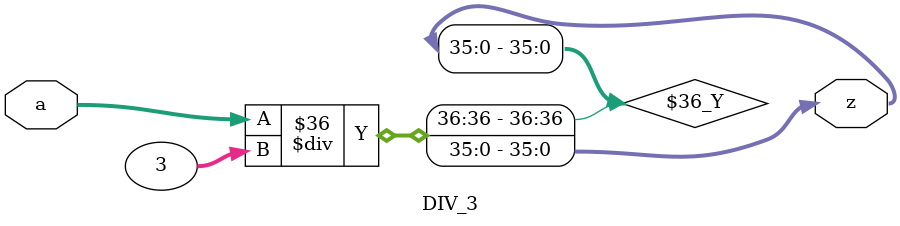
<source format=v>

`ifdef RTL
	`include "GATED_OR.v"
`else
	`include "Netlist/GATED_OR_SYN.v"
`endif
// synopsys translate_on

module SAD(
    //Input signals
    clk,
    rst_n,
    cg_en,
    in_valid,
	in_data1,
    T,
    in_data2,
    w_Q,
    w_K,
    w_V,

    //Output signals
    out_valid,
    out_data
    );

input clk;
input rst_n;
input in_valid;
input cg_en;
input signed [5:0] in_data1;
input [3:0] T;
input signed [7:0] in_data2;
input signed [7:0] w_Q;
input signed [7:0] w_K;
input signed [7:0] w_V;

output reg out_valid;
output reg signed [91:0] out_data;

//==============================================//
//       parameter & integer declaration        //
//==============================================//
parameter d_model = 'd8;

genvar k;

//==============================================//
//           reg & wire declaration             //
//==============================================//

reg [8:0] cnt_clk, next_cnt_clk;  // 0 ~ 307 (9 bits)
reg [6:0] handle_cycles_t8;   // 1*8 or 4*8 or 8*8 = 8 ~ 64
reg [6:0] handle_cycles_tt;   // 1*1 or 4*4 or 8*8 = 1 ~ 64
reg [8:0] QK_start_cycle;
reg [8:0] SV_start_cycle;
reg [8:0] out_start_cycle;
reg [8:0] end_cycle;     // max = 307 ??

// ----------------- input buffer -----------------
wire in_data1_valid, in_data2_valid, Q_valid, K_valid, V_valid;

reg signed [5:0] in_data1_reg [0:15];
reg [3:0] T_reg;
wire signed [7:0] in_data2_reg [0:63];
wire signed [7:0] w_Q_reg [0:63];
wire signed [7:0] w_K_reg [0:63];
wire signed [7:0] w_V_reg [0:63];

// ----------------- det -----------------
reg [3:0] det_cnt;    // 0 ~ 11
wire is_det;
reg  is_det_d1, is_det_d2, is_det_d3;

reg signed [20:0] det_tmp;   // 21-bit
reg signed [24:0] det_result;

// ----------------- matrix multiply -----------------
reg [4:0] mult_cnt_small;   // 0~191
reg [4:0] mult_cnt_small_d1;
wire is_multiplying;
wire Q_mult, K_mult, V_mult;
reg  Q_mult_d1, K_mult_d1, V_mult_d1;

wire signed [7:0] w_Q_transpose [0:63];
wire signed [7:0] w_K_transpose [0:63];
wire signed [7:0] w_V_transpose [0:63];

wire is_QK;
reg [5:0] mult_cnt_QK, mult_cnt_QK_d1, mult_cnt_QK_d2, mult_cnt_QK_d3;

reg signed [37:0] A_tmp;     // 38-bit
wire signed [36:0] A_pos;     // 37-bit

reg [36:0] div_a;   // 37-bit, all positive, unsigned
reg [35:0] div_z;   // 36-bit

reg signed [36:0] S_reg [0:63];

wire is_SV;
reg is_SV_d1;
reg [7:0] mult_cnt_SV, mult_cnt_SV_d1;   // 0~191

reg signed [18:0] V_transpose [0:63];

// ----------------- mult -----------------
reg signed [7:0]  mult_s1_a [0:7];
reg signed [7:0]  mult_s1_b [0:7];
reg signed [15:0] mult_s1_z [0:7];

reg signed [7:0]  mult_s2_a [0:7];
reg signed [7:0]  mult_s2_b [0:7];
reg signed [15:0] mult_s2_z [0:7];

reg signed [18:0] mult_b_a [0:7];
wire signed [36:0] mult_b_b [0:7];
reg signed [53:0] mult_b_z [0:7];

reg signed [24:0] mult_f_a;
reg signed [53:0] mult_f_b;
reg signed [91:0] mult_f_z;

reg signed [18:0] Q_reg [0:63], K_reg [0:63], V_reg [0:63];     // 19-bit

//==============================================//
//                  design                      //
//==============================================//

wire the_end = (cnt_clk == end_cycle);

// reg [8:0] cnt_clk;  // 0 ~ 307 (9 bits)
always @(posedge clk or negedge rst_n) begin
	if (!rst_n) cnt_clk <= 7'b0;
	else cnt_clk <= next_cnt_clk;
end

// reg [8:0] next_cnt_clk;  // 0 ~ 307 (9 bits)
always @(*) begin
    next_cnt_clk = cnt_clk;
    if      (the_end)                    next_cnt_clk = 9'b0;
    else if (cnt_clk > 9'b0 || in_valid) next_cnt_clk = cnt_clk + 9'd1;
end

// ----------------- input -----------------

// wire in_data1_valid, in_data2_valid, Q_valid, K_valid, V_valid;
assign in_data1_valid = in_valid && cnt_clk < 9'd16;
assign in_data2_valid = in_valid && cnt_clk < ({3'd0, T_reg} << 3);
assign Q_valid = in_valid &&                     cnt_clk < 9'd64;
assign K_valid = in_valid && cnt_clk > 9'd63  && cnt_clk < 9'd128;
assign V_valid = in_valid && cnt_clk > 9'd127 && cnt_clk < 9'd192;

// reg [3:0] T_reg;
always @(posedge clk or negedge rst_n) begin
    if      (!rst_n)                      T_reg <= 4'd0;
    else if (in_valid && cnt_clk == 9'd0) T_reg <= T;
end

// reg [6:0] handle_cycles_t8;   // 1*8 or 4*8 or 8*8 = 8 ~ 64
always @(*) begin
    case (T_reg)
        1:       handle_cycles_t8 = 7'd8;
        4:       handle_cycles_t8 = 7'd32;
        default: handle_cycles_t8 = 7'd64;
    endcase
end
// reg [6:0] handle_cycles_tt;   // 1*1 or 4*4 or 8*8 = 1 ~ 64
always @(*) begin
    case (T_reg)
        1:       handle_cycles_tt = 7'd1;
        4:       handle_cycles_tt = 7'd32;
        default: handle_cycles_tt = 7'd64;
    endcase
end

// reg [8:0] QK_start_cycle;
always @(*) begin
    case (T_reg)
        1:       QK_start_cycle = 9'd190;
        4:       QK_start_cycle = 9'd148;
        default: QK_start_cycle = 9'd148;
    endcase
end

// reg [8:0] SV_start_cycle;
always @(*) begin
    case (T_reg)
        1:       SV_start_cycle = 9'd194;
        4:       SV_start_cycle = 9'd195;
        default: SV_start_cycle = 9'd212;
    endcase
end

// reg [8:0] out_start_cycle;
always @(*) begin
    case (T_reg)
        1:       out_start_cycle = 9'd196;
        4:       out_start_cycle = 9'd197;
        default: out_start_cycle = 9'd214;
    endcase
end

// reg [8:0] end_cycle;     // max = 307 ??
always @(*) begin
    case (T_reg)
        1:       end_cycle = 9'd204;
        4:       end_cycle = 9'd229;
        default: end_cycle = 9'd278;
    endcase
end

wire in_data1_clk;
wire in_data1_sleep = cg_en & ~(cnt_clk <= 27);
GATED_OR GATED_in_data1 (.CLOCK(clk), .SLEEP_CTRL(in_data1_sleep), .RST_N(rst_n), .CLOCK_GATED(in_data1_clk));

// reg signed [5:0] in_data1_reg [0:15];
always @(posedge in_data1_clk or negedge rst_n) begin
// always @(posedge clk or negedge rst_n) begin
    integer i;
    if (!rst_n) for (i = 0; i < 16; i  = i + 1) in_data1_reg[i] <= 6'd0;
    // ----------------- input -----------------
    else if (in_data1_valid) in_data1_reg[cnt_clk] <= in_data1;
    // -------------- determinent --------------
    else if (is_det) begin
        in_data1_reg[0] <= in_data1_reg[1];
        in_data1_reg[1] <= in_data1_reg[2];
        in_data1_reg[2] <= in_data1_reg[3];
        in_data1_reg[3] <= in_data1_reg[0];

        in_data1_reg[4] <= in_data1_reg[5];
        in_data1_reg[5] <= in_data1_reg[6];
        in_data1_reg[6] <= in_data1_reg[7];
        in_data1_reg[7] <= in_data1_reg[4];
        
        in_data1_reg[8] <= in_data1_reg[9];
        in_data1_reg[9] <= in_data1_reg[10];
        in_data1_reg[10] <= in_data1_reg[11];
        in_data1_reg[11] <= in_data1_reg[8];

        in_data1_reg[12] <= in_data1_reg[13];
        in_data1_reg[13] <= in_data1_reg[14];
        in_data1_reg[14] <= in_data1_reg[15];
        in_data1_reg[15] <= in_data1_reg[12];
    end
end

wire in_data2_clk_h1, in_data2_clk_h2;
wire in_data2_sleep = cg_en & ~(cnt_clk < ({3'd0, T_reg} << 3)) & ~(the_end);
GATED_OR GATED_in_data2_h1 (.CLOCK(clk), .SLEEP_CTRL(in_data2_sleep), .RST_N(rst_n), .CLOCK_GATED(in_data2_clk_h1));
GATED_OR GATED_in_data2_h2 (.CLOCK(clk), .SLEEP_CTRL(in_data2_sleep), .RST_N(rst_n), .CLOCK_GATED(in_data2_clk_h2));

reg signed [7:0] in_data2_reg_h1 [0:31], in_data2_reg_h2 [32:63];

// reg signed [7:0] in_data2_reg [0:63];
always @(posedge in_data2_clk_h1 or negedge rst_n) begin
// always @(posedge clk or negedge rst_n) begin
    integer i;
    if      (!rst_n)                            for (i = 0; i < 32; i  = i + 1) in_data2_reg_h1[i] <= 8'd0;
    else if (the_end)                           for (i = 8; i < 32; i  = i + 1) in_data2_reg_h1[i] <= 8'd0;
    else if (in_data2_valid && cnt_clk < 9'd32) in_data2_reg_h1[cnt_clk] <= in_data2;
end

always @(posedge in_data2_clk_h2 or negedge rst_n) begin
// always @(posedge clk or negedge rst_n) begin
    integer i;
    if      (!rst_n)                            for (i = 32; i < 64; i  = i + 1) in_data2_reg_h2[i] <= 8'd0;
    else if (the_end)                           for (i = 32; i < 64; i  = i + 1) in_data2_reg_h2[i] <= 8'd0;
    else if (in_data2_valid && cnt_clk > 9'd31) in_data2_reg_h2[cnt_clk] <= in_data2;
end

generate
    for (k = 0; k < 32; k = k + 1) begin: recover_in_data2_reg
        assign in_data2_reg[k]    = in_data2_reg_h1[k];
        assign in_data2_reg[k+32] = in_data2_reg_h2[k+32];
    end
endgenerate

wire w_Q_clk_h1, w_Q_clk_h2;
wire w_K_clk_h1, w_K_clk_h2;
wire w_V_clk_h1, w_V_clk_h2;
wire w_Q_sleep = cg_en & ~(cnt_clk < 9'd64);
wire w_K_sleep = cg_en & ~(cnt_clk > 9'd63  && cnt_clk < 9'd128);
wire w_V_sleep = cg_en & ~(cnt_clk > 9'd127 && cnt_clk < 9'd192);
GATED_OR GATED_w_Q_h1 (.CLOCK(clk), .SLEEP_CTRL(w_Q_sleep), .RST_N(rst_n), .CLOCK_GATED(w_Q_clk_h1));
GATED_OR GATED_w_K_h1 (.CLOCK(clk), .SLEEP_CTRL(w_K_sleep), .RST_N(rst_n), .CLOCK_GATED(w_K_clk_h1));
GATED_OR GATED_w_V_h1 (.CLOCK(clk), .SLEEP_CTRL(w_V_sleep), .RST_N(rst_n), .CLOCK_GATED(w_V_clk_h1));
GATED_OR GATED_w_Q_h2 (.CLOCK(clk), .SLEEP_CTRL(w_Q_sleep), .RST_N(rst_n), .CLOCK_GATED(w_Q_clk_h2));
GATED_OR GATED_w_K_h2 (.CLOCK(clk), .SLEEP_CTRL(w_K_sleep), .RST_N(rst_n), .CLOCK_GATED(w_K_clk_h2));
GATED_OR GATED_w_V_h2 (.CLOCK(clk), .SLEEP_CTRL(w_V_sleep), .RST_N(rst_n), .CLOCK_GATED(w_V_clk_h2));

reg signed [7:0] w_Q_reg_h1 [0:31], w_Q_reg_h2 [32:63];
reg signed [7:0] w_K_reg_h1 [0:31], w_K_reg_h2 [32:63];
reg signed [7:0] w_V_reg_h1 [0:31], w_V_reg_h2 [32:63];

generate
    for (k = 0; k < 32; k = k + 1) begin: recover_w_QKV_reg
        assign w_Q_reg[k] = w_Q_reg_h1[k];
        assign w_K_reg[k] = w_K_reg_h1[k];
        assign w_V_reg[k] = w_V_reg_h1[k];
        assign w_Q_reg[k+32] = w_Q_reg_h2[k+32];
        assign w_K_reg[k+32] = w_K_reg_h2[k+32];
        assign w_V_reg[k+32] = w_V_reg_h2[k+32];
    end
endgenerate

// reg signed [7:0] w_Q_reg [0:63];
always @(posedge w_Q_clk_h1 or negedge rst_n) begin
    integer i;
    if      (!rst_n)  for (i = 0; i < 32; i = i + 1) w_Q_reg_h1[i] <= 8'd0;
    else if (Q_valid && cnt_clk[5:0] < 6'd32) w_Q_reg_h1[cnt_clk[5:0]] <= w_Q;
end
always @(posedge w_Q_clk_h2 or negedge rst_n) begin
    integer i;
    if      (!rst_n)  for (i = 32; i < 64; i = i + 1) w_Q_reg_h2[i] <= 8'd0;
    else if (Q_valid && cnt_clk[5:0] > 6'd31) w_Q_reg_h2[cnt_clk[5:0]] <= w_Q;
end

// reg signed [7:0] w_K_reg [0:63];
always @(posedge w_K_clk_h1 or negedge rst_n) begin
    integer i;
    if      (!rst_n)  for (i = 0; i < 32; i = i + 1) w_K_reg_h1[i] <= 8'd0;
    else if (K_valid && cnt_clk[5:0] < 6'd32) w_K_reg_h1[cnt_clk[5:0]] <= w_K;
end
always @(posedge w_K_clk_h2 or negedge rst_n) begin
    integer i;
    if      (!rst_n)  for (i = 32; i < 64; i = i + 1) w_K_reg_h2[i] <= 8'd0;
    else if (K_valid && cnt_clk[5:0] > 6'd31) w_K_reg_h2[cnt_clk[5:0]] <= w_K;
end

// reg signed [7:0] w_V_reg [0:63];
always @(posedge w_V_clk_h1 or negedge rst_n) begin
    integer i;
    if      (!rst_n)  for (i = 0; i < 32; i = i + 1) w_V_reg_h1[i] <= 8'd0;
    else if (V_valid && cnt_clk[5:0] < 6'd32) w_V_reg_h1[cnt_clk[5:0]] <= w_V;
end
always @(posedge w_V_clk_h2 or negedge rst_n) begin
    integer i;
    if      (!rst_n)  for (i = 32; i < 64; i = i + 1) w_V_reg_h2[i] <= 8'd0;
    else if (V_valid && cnt_clk[5:0] > 6'd31) w_V_reg_h2[cnt_clk[5:0]] <= w_V;
end

// -------------- determinent --------------

wire det_cnt_clk;
wire det_cnt_sleep = cg_en & ~(is_det) & ~(the_end);
GATED_OR GATED_det_cnt (.CLOCK(clk), .SLEEP_CTRL(det_cnt_sleep), .RST_N(rst_n), .CLOCK_GATED(det_cnt_clk));

// reg [3:0] det_cnt;    // 0 ~ 11
always @(posedge det_cnt_clk or negedge rst_n) begin
// always @(posedge clk or negedge rst_n) begin
    if      (!rst_n) det_cnt <= 4'd0;
    else if (is_det) det_cnt <= det_cnt + 4'd1;
    else if (the_end) det_cnt <= 4'd0;
end

// wire is_det;
assign is_det = (cnt_clk >= 9'd16 && cnt_clk <= 9'd27);

wire is_det_d_clk;
wire is_det_d_sleep = cg_en & ~(cnt_clk >= 9'd16 && cnt_clk <= 9'd30);
GATED_OR GATED_is_det_d (.CLOCK(clk), .SLEEP_CTRL(is_det_d_sleep), .RST_N(rst_n), .CLOCK_GATED(is_det_d_clk));

// reg is_det_d1, is_det_d2, is_det_d3;
always @(posedge is_det_d_clk or negedge rst_n) begin
// always @(posedge clk or negedge rst_n) begin
    if (!rst_n) begin
        is_det_d1 <= 1'b0;
        is_det_d2 <= 1'b0;
        is_det_d3 <= 1'b0;
    end
    else begin
        is_det_d1 <= is_det;
        is_det_d2 <= is_det_d1;
        is_det_d3 <= is_det_d2;
    end
end

// + a0 a5 a10 a15
// - a1 a6 a11 a12
// + a2 a7 a8  a13
// - a3 a4 a9  a14

// + a0 a6 a11 a13
// - a1 a7 a8  a14
// + a2 a4 a9  a15
// - a3 a5 a10 a12

// + a0 a7 a9  a14
// - a1 a4 a10 a15
// + a2 a5 a11 a12
// - a3 a6 a8  a13

//--------------------

// - a0 a7 a10 a13
// + a1 a4 a11 a14 
// - a2 a5 a8  a15
// + a3 a6 a9  a12

// - a0 a5 a11 a14
// + a1 a6 a8  a15 
// - a2 a7 a9  a12
// + a3 a4 a10 a13 

// - a0 a6 a9  a15
// + a1 a7 a10 a12
// - a2 a4 a11 a13 
// + a3 a5 a8  a14

wire mult_s1_clk, mult_s2_clk;
wire mult_s1_sleep = cg_en & ~is_det & ~Q_mult & ~K_mult & ~V_mult & ~(the_end);
wire mult_s2_sleep = cg_en           & ~Q_mult & ~K_mult & ~V_mult & ~(the_end);
GATED_OR GATED_mult_s1 (.CLOCK(clk), .SLEEP_CTRL(mult_s1_sleep), .RST_N(rst_n), .CLOCK_GATED(mult_s1_clk));
GATED_OR GATED_mult_s2 (.CLOCK(clk), .SLEEP_CTRL(mult_s2_sleep), .RST_N(rst_n), .CLOCK_GATED(mult_s2_clk));

// reg signed [7:0] mult_s_a[0:7], mult_s_b[0:7]
always @(posedge mult_s1_clk or negedge rst_n) begin
// always @(posedge clk or negedge rst_n) begin
    integer i;
    if (!rst_n) begin
        for (i = 0; i < 8; i = i + 1) begin
            mult_s1_a[i] <= 8'd0;
            mult_s1_b[i] <= 8'd0;
        end
    end
    else if (is_det) begin
        case (det_cnt[3:2])
            2'd1: begin
                // -
                mult_s1_a[0] <= {{2{in_data1_reg[0][5]}},  in_data1_reg[0]};
                mult_s1_b[0] <= {{2{in_data1_reg[6][5]}},  in_data1_reg[6]};
                mult_s1_a[1] <= {{2{in_data1_reg[11][5]}}, in_data1_reg[11]};
                mult_s1_b[1] <= {{2{in_data1_reg[13][5]}}, in_data1_reg[13]};
                // +
                
                mult_s1_a[2] <= {{2{in_data1_reg[0][5]}},  in_data1_reg[0]};
                mult_s1_b[2] <= {{2{in_data1_reg[5][5]}},  in_data1_reg[5]};
                mult_s1_a[3] <= {{2{in_data1_reg[11][5]}}, in_data1_reg[11]};
                mult_s1_b[3] <= {{2{in_data1_reg[14][5]}}, in_data1_reg[14]};
            end
            2'd2: begin
                // +
                mult_s1_a[0] <= {{2{in_data1_reg[0][5]}},  in_data1_reg[0]};
                mult_s1_b[0] <= {{2{in_data1_reg[7][5]}},  in_data1_reg[7]};
                mult_s1_a[1] <= {{2{in_data1_reg[9][5]}},  in_data1_reg[9]};
                mult_s1_b[1] <= {{2{in_data1_reg[14][5]}}, in_data1_reg[14]};
                // -
                mult_s1_a[2] <= {{2{in_data1_reg[0][5]}},  in_data1_reg[0]};
                mult_s1_b[2] <= {{2{in_data1_reg[6][5]}},  in_data1_reg[6]};
                mult_s1_a[3] <= {{2{in_data1_reg[9][5]}},  in_data1_reg[9]};
                mult_s1_b[3] <= {{2{in_data1_reg[15][5]}}, in_data1_reg[15]};
            end
            default: begin      // 0 or 3
                // -
                mult_s1_a[0] <= {{2{in_data1_reg[0][5]}},  in_data1_reg[0]};
                mult_s1_b[0] <= {{2{in_data1_reg[5][5]}},  in_data1_reg[5]};
                mult_s1_a[1] <= {{2{in_data1_reg[10][5]}}, in_data1_reg[10]};
                mult_s1_b[1] <= {{2{in_data1_reg[15][5]}}, in_data1_reg[15]};
                // +
                mult_s1_a[2] <= {{2{in_data1_reg[0][5]}},  in_data1_reg[0]};
                mult_s1_b[2] <= {{2{in_data1_reg[7][5]}},  in_data1_reg[7]};
                mult_s1_a[3] <= {{2{in_data1_reg[10][5]}}, in_data1_reg[10]};
                mult_s1_b[3] <= {{2{in_data1_reg[13][5]}}, in_data1_reg[13]};
            end
        endcase
    end
    else if (Q_mult) begin
        mult_s1_a[0] <= in_data2_reg[{mult_cnt_small[4:3], 4'd0}];
        mult_s1_a[1] <= in_data2_reg[{mult_cnt_small[4:3], 4'd1}];
        mult_s1_a[2] <= in_data2_reg[{mult_cnt_small[4:3], 4'd2}];
        mult_s1_a[3] <= in_data2_reg[{mult_cnt_small[4:3], 4'd3}];
        mult_s1_a[4] <= in_data2_reg[{mult_cnt_small[4:3], 4'd4}];
        mult_s1_a[5] <= in_data2_reg[{mult_cnt_small[4:3], 4'd5}];
        mult_s1_a[6] <= in_data2_reg[{mult_cnt_small[4:3], 4'd6}];
        mult_s1_a[7] <= in_data2_reg[{mult_cnt_small[4:3], 4'd7}];

        mult_s1_b[0] <= w_Q_transpose[{mult_cnt_small[2:0], 3'd0}];
        mult_s1_b[1] <= w_Q_transpose[{mult_cnt_small[2:0], 3'd1}];
        mult_s1_b[2] <= w_Q_transpose[{mult_cnt_small[2:0], 3'd2}];
        mult_s1_b[3] <= w_Q_transpose[{mult_cnt_small[2:0], 3'd3}];
        mult_s1_b[4] <= w_Q_transpose[{mult_cnt_small[2:0], 3'd4}];
        mult_s1_b[5] <= w_Q_transpose[{mult_cnt_small[2:0], 3'd5}];
        mult_s1_b[6] <= w_Q_transpose[{mult_cnt_small[2:0], 3'd6}];
        mult_s1_b[7] <= w_Q_transpose[{mult_cnt_small[2:0], 3'd7}];
    end
    else if (K_mult) begin
        mult_s1_a[0] <= in_data2_reg[{mult_cnt_small[4:3], 4'd0}];
        mult_s1_a[1] <= in_data2_reg[{mult_cnt_small[4:3], 4'd1}];
        mult_s1_a[2] <= in_data2_reg[{mult_cnt_small[4:3], 4'd2}];
        mult_s1_a[3] <= in_data2_reg[{mult_cnt_small[4:3], 4'd3}];
        mult_s1_a[4] <= in_data2_reg[{mult_cnt_small[4:3], 4'd4}];
        mult_s1_a[5] <= in_data2_reg[{mult_cnt_small[4:3], 4'd5}];
        mult_s1_a[6] <= in_data2_reg[{mult_cnt_small[4:3], 4'd6}];
        mult_s1_a[7] <= in_data2_reg[{mult_cnt_small[4:3], 4'd7}];

        mult_s1_b[0] <= w_K_transpose[{mult_cnt_small[2:0], 3'd0}];
        mult_s1_b[1] <= w_K_transpose[{mult_cnt_small[2:0], 3'd1}];
        mult_s1_b[2] <= w_K_transpose[{mult_cnt_small[2:0], 3'd2}];
        mult_s1_b[3] <= w_K_transpose[{mult_cnt_small[2:0], 3'd3}];
        mult_s1_b[4] <= w_K_transpose[{mult_cnt_small[2:0], 3'd4}];
        mult_s1_b[5] <= w_K_transpose[{mult_cnt_small[2:0], 3'd5}];
        mult_s1_b[6] <= w_K_transpose[{mult_cnt_small[2:0], 3'd6}];
        mult_s1_b[7] <= w_K_transpose[{mult_cnt_small[2:0], 3'd7}];
    end
    else if (V_mult) begin
        mult_s1_a[0] <= in_data2_reg[{mult_cnt_small[4:3], 4'd0}];
        mult_s1_a[1] <= in_data2_reg[{mult_cnt_small[4:3], 4'd1}];
        mult_s1_a[2] <= in_data2_reg[{mult_cnt_small[4:3], 4'd2}];
        mult_s1_a[3] <= in_data2_reg[{mult_cnt_small[4:3], 4'd3}];
        mult_s1_a[4] <= in_data2_reg[{mult_cnt_small[4:3], 4'd4}];
        mult_s1_a[5] <= in_data2_reg[{mult_cnt_small[4:3], 4'd5}];
        mult_s1_a[6] <= in_data2_reg[{mult_cnt_small[4:3], 4'd6}];
        mult_s1_a[7] <= in_data2_reg[{mult_cnt_small[4:3], 4'd7}];

        mult_s1_b[0] <= w_V_transpose[{mult_cnt_small[2:0], 3'd0}];
        mult_s1_b[1] <= w_V_transpose[{mult_cnt_small[2:0], 3'd1}];
        mult_s1_b[2] <= w_V_transpose[{mult_cnt_small[2:0], 3'd2}];
        mult_s1_b[3] <= w_V_transpose[{mult_cnt_small[2:0], 3'd3}];
        mult_s1_b[4] <= w_V_transpose[{mult_cnt_small[2:0], 3'd4}];
        mult_s1_b[5] <= w_V_transpose[{mult_cnt_small[2:0], 3'd5}];
        mult_s1_b[6] <= w_V_transpose[{mult_cnt_small[2:0], 3'd6}];
        mult_s1_b[7] <= w_V_transpose[{mult_cnt_small[2:0], 3'd7}];
    end
    else if (the_end) begin
        for (i = 0; i < 8; i = i + 1) begin
            mult_s1_a[i] <= 8'd0;
            mult_s1_b[i] <= 8'd0;
        end
    end
end
// reg signed [7:0] mult_s_a[0:7], mult_s_b[0:7]
always @(posedge mult_s2_clk or negedge rst_n) begin
// always @(posedge clk or negedge rst_n) begin
    integer i;
    if (!rst_n) begin
        for (i = 0; i < 8; i = i + 1) begin
            mult_s2_a[i] <= 8'd0;
            mult_s2_b[i] <= 8'd0;
        end
    end
    else if (Q_mult) begin
        mult_s2_a[0] <= in_data2_reg[{mult_cnt_small[4:3], 1'b1, 3'd0}];
        mult_s2_a[1] <= in_data2_reg[{mult_cnt_small[4:3], 1'b1, 3'd1}];
        mult_s2_a[2] <= in_data2_reg[{mult_cnt_small[4:3], 1'b1, 3'd2}];
        mult_s2_a[3] <= in_data2_reg[{mult_cnt_small[4:3], 1'b1, 3'd3}];
        mult_s2_a[4] <= in_data2_reg[{mult_cnt_small[4:3], 1'b1, 3'd4}];
        mult_s2_a[5] <= in_data2_reg[{mult_cnt_small[4:3], 1'b1, 3'd5}];
        mult_s2_a[6] <= in_data2_reg[{mult_cnt_small[4:3], 1'b1, 3'd6}];
        mult_s2_a[7] <= in_data2_reg[{mult_cnt_small[4:3], 1'b1, 3'd7}];

        mult_s2_b[0] <= w_Q_transpose[{mult_cnt_small[2:0], 3'd0}];
        mult_s2_b[1] <= w_Q_transpose[{mult_cnt_small[2:0], 3'd1}];
        mult_s2_b[2] <= w_Q_transpose[{mult_cnt_small[2:0], 3'd2}];
        mult_s2_b[3] <= w_Q_transpose[{mult_cnt_small[2:0], 3'd3}];
        mult_s2_b[4] <= w_Q_transpose[{mult_cnt_small[2:0], 3'd4}];
        mult_s2_b[5] <= w_Q_transpose[{mult_cnt_small[2:0], 3'd5}];
        mult_s2_b[6] <= w_Q_transpose[{mult_cnt_small[2:0], 3'd6}];
        mult_s2_b[7] <= w_Q_transpose[{mult_cnt_small[2:0], 3'd7}];
    end
    else if (K_mult) begin
        mult_s2_a[0] <= in_data2_reg[{mult_cnt_small[4:3], 1'b1, 3'd0}];
        mult_s2_a[1] <= in_data2_reg[{mult_cnt_small[4:3], 1'b1, 3'd1}];
        mult_s2_a[2] <= in_data2_reg[{mult_cnt_small[4:3], 1'b1, 3'd2}];
        mult_s2_a[3] <= in_data2_reg[{mult_cnt_small[4:3], 1'b1, 3'd3}];
        mult_s2_a[4] <= in_data2_reg[{mult_cnt_small[4:3], 1'b1, 3'd4}];
        mult_s2_a[5] <= in_data2_reg[{mult_cnt_small[4:3], 1'b1, 3'd5}];
        mult_s2_a[6] <= in_data2_reg[{mult_cnt_small[4:3], 1'b1, 3'd6}];
        mult_s2_a[7] <= in_data2_reg[{mult_cnt_small[4:3], 1'b1, 3'd7}];

        mult_s2_b[0] <= w_K_transpose[{mult_cnt_small[2:0], 3'd0}];
        mult_s2_b[1] <= w_K_transpose[{mult_cnt_small[2:0], 3'd1}];
        mult_s2_b[2] <= w_K_transpose[{mult_cnt_small[2:0], 3'd2}];
        mult_s2_b[3] <= w_K_transpose[{mult_cnt_small[2:0], 3'd3}];
        mult_s2_b[4] <= w_K_transpose[{mult_cnt_small[2:0], 3'd4}];
        mult_s2_b[5] <= w_K_transpose[{mult_cnt_small[2:0], 3'd5}];
        mult_s2_b[6] <= w_K_transpose[{mult_cnt_small[2:0], 3'd6}];
        mult_s2_b[7] <= w_K_transpose[{mult_cnt_small[2:0], 3'd7}];
    end
    else if (V_mult) begin
        mult_s2_a[0] <= in_data2_reg[{mult_cnt_small[4:3], 1'b1, 3'd0}];
        mult_s2_a[1] <= in_data2_reg[{mult_cnt_small[4:3], 1'b1, 3'd1}];
        mult_s2_a[2] <= in_data2_reg[{mult_cnt_small[4:3], 1'b1, 3'd2}];
        mult_s2_a[3] <= in_data2_reg[{mult_cnt_small[4:3], 1'b1, 3'd3}];
        mult_s2_a[4] <= in_data2_reg[{mult_cnt_small[4:3], 1'b1, 3'd4}];
        mult_s2_a[5] <= in_data2_reg[{mult_cnt_small[4:3], 1'b1, 3'd5}];
        mult_s2_a[6] <= in_data2_reg[{mult_cnt_small[4:3], 1'b1, 3'd6}];
        mult_s2_a[7] <= in_data2_reg[{mult_cnt_small[4:3], 1'b1, 3'd7}];

        mult_s2_b[0] <= w_V_transpose[{mult_cnt_small[2:0], 3'd0}];
        mult_s2_b[1] <= w_V_transpose[{mult_cnt_small[2:0], 3'd1}];
        mult_s2_b[2] <= w_V_transpose[{mult_cnt_small[2:0], 3'd2}];
        mult_s2_b[3] <= w_V_transpose[{mult_cnt_small[2:0], 3'd3}];
        mult_s2_b[4] <= w_V_transpose[{mult_cnt_small[2:0], 3'd4}];
        mult_s2_b[5] <= w_V_transpose[{mult_cnt_small[2:0], 3'd5}];
        mult_s2_b[6] <= w_V_transpose[{mult_cnt_small[2:0], 3'd6}];
        mult_s2_b[7] <= w_V_transpose[{mult_cnt_small[2:0], 3'd7}];
    end
    else if (the_end) begin
        for (i = 0; i < 8; i = i + 1) begin
            mult_s2_a[i] <= 8'd0;
            mult_s2_b[i] <= 8'd0;
        end
    end
end

wire mult_b_a_clk, mult_b_b_clk_h1, mult_b_b_clk_h2;
wire mult_b_sleep = cg_en & ~is_det_d1 & ~is_QK & ~is_SV & ~(the_end);
GATED_OR GATED_mult_b_a (.CLOCK(clk), .SLEEP_CTRL(mult_b_sleep), .RST_N(rst_n), .CLOCK_GATED(mult_b_a_clk));
GATED_OR GATED_mult_b_b_h1 (.CLOCK(clk), .SLEEP_CTRL(mult_b_sleep), .RST_N(rst_n), .CLOCK_GATED(mult_b_b_clk_h1));
GATED_OR GATED_mult_b_b_h2 (.CLOCK(clk), .SLEEP_CTRL(mult_b_sleep), .RST_N(rst_n), .CLOCK_GATED(mult_b_b_clk_h2));

reg signed [36:0] mult_b_b_h1[0:3], mult_b_b_h2[4:7];

generate
    for (k = 0; k < 4; k = k + 1) begin: recover_mult_b_b
        assign mult_b_b[k]   = mult_b_b_h1[k];
        assign mult_b_b[k+4] = mult_b_b_h2[k+4];
    end
endgenerate

// reg signed [18:0] mult_b_a[0:7]
// reg signed [36:0] mult_b_b[0:7]
always @(posedge mult_b_a_clk or negedge rst_n) begin
// always @(posedge clk or negedge rst_n) begin
    integer i;
    if (!rst_n) begin
        for (i = 0; i < 8; i = i + 1) begin
            mult_b_a[i] <= 19'd0;
        end
    end
    else if (is_det_d1) begin
        mult_b_a[0] <= {{ 3{mult_s1_z[0][15]}}, mult_s1_z[0]};
        mult_b_a[1] <= {{ 3{mult_s1_z[2][15]}}, mult_s1_z[2]};
    end
    else if (is_QK) begin
        mult_b_a[0] <= Q_reg[{mult_cnt_QK[5:3], 3'd0}];
        mult_b_a[1] <= Q_reg[{mult_cnt_QK[5:3], 3'd1}];
        mult_b_a[2] <= Q_reg[{mult_cnt_QK[5:3], 3'd2}];
        mult_b_a[3] <= Q_reg[{mult_cnt_QK[5:3], 3'd3}];
        mult_b_a[4] <= Q_reg[{mult_cnt_QK[5:3], 3'd4}];
        mult_b_a[5] <= Q_reg[{mult_cnt_QK[5:3], 3'd5}];
        mult_b_a[6] <= Q_reg[{mult_cnt_QK[5:3], 3'd6}];
        mult_b_a[7] <= Q_reg[{mult_cnt_QK[5:3], 3'd7}];
    end
    else if (is_SV) begin
        mult_b_a[0] <= V_transpose[{mult_cnt_SV[2:0], 3'd0}];  // 19-bit
        mult_b_a[1] <= V_transpose[{mult_cnt_SV[2:0], 3'd1}];
        mult_b_a[2] <= V_transpose[{mult_cnt_SV[2:0], 3'd2}];
        mult_b_a[3] <= V_transpose[{mult_cnt_SV[2:0], 3'd3}];
        mult_b_a[4] <= V_transpose[{mult_cnt_SV[2:0], 3'd4}];
        mult_b_a[5] <= V_transpose[{mult_cnt_SV[2:0], 3'd5}];
        mult_b_a[6] <= V_transpose[{mult_cnt_SV[2:0], 3'd6}];
        mult_b_a[7] <= V_transpose[{mult_cnt_SV[2:0], 3'd7}];
    end
    else if (the_end) begin
        for (i = 0; i < 8; i = i + 1) begin
            mult_b_a[i] <= 19'd0;
        end
    end
end
always @(posedge mult_b_b_clk_h1 or negedge rst_n) begin
// always @(posedge clk or negedge rst_n) begin
    integer i;
    if (!rst_n) begin
        for (i = 0; i < 4; i = i + 1) begin
            mult_b_b_h1[i] <= 37'd0;
        end
    end
    else if (is_det_d1) begin
        mult_b_b_h1[0] <= {{21{mult_s1_z[1][15]}}, mult_s1_z[1]};
        mult_b_b_h1[1] <= {{21{mult_s1_z[3][15]}}, mult_s1_z[3]};
    end
    else if (is_QK) begin
        mult_b_b_h1[0] <= {{18{K_reg[{mult_cnt_QK[2:0], 3'd0}][18]}}, K_reg[{mult_cnt_QK[2:0], 3'd0}]};
        mult_b_b_h1[1] <= {{18{K_reg[{mult_cnt_QK[2:0], 3'd1}][18]}}, K_reg[{mult_cnt_QK[2:0], 3'd1}]};
        mult_b_b_h1[2] <= {{18{K_reg[{mult_cnt_QK[2:0], 3'd2}][18]}}, K_reg[{mult_cnt_QK[2:0], 3'd2}]};
        mult_b_b_h1[3] <= {{18{K_reg[{mult_cnt_QK[2:0], 3'd3}][18]}}, K_reg[{mult_cnt_QK[2:0], 3'd3}]};
    end
    else if (is_SV) begin
        mult_b_b_h1[0] <= S_reg[{mult_cnt_SV[5:3], 3'd0}];        // 37-bit
        mult_b_b_h1[1] <= S_reg[{mult_cnt_SV[5:3], 3'd1}];
        mult_b_b_h1[2] <= S_reg[{mult_cnt_SV[5:3], 3'd2}];
        mult_b_b_h1[3] <= S_reg[{mult_cnt_SV[5:3], 3'd3}];
    end
    else if (the_end) begin
        for (i = 0; i < 4; i = i + 1) begin
            mult_b_b_h1[i] <= 37'd0;
        end
    end
end
always @(posedge mult_b_b_clk_h2 or negedge rst_n) begin
// always @(posedge clk or negedge rst_n) begin
    integer i;
    if (!rst_n) begin
        for (i = 4; i < 8; i = i + 1) begin
            mult_b_b_h2[i] <= 37'd0;
        end
    end
    else if (is_QK) begin
        mult_b_b_h2[4] <= {{18{K_reg[{mult_cnt_QK[2:0], 3'd4}][18]}}, K_reg[{mult_cnt_QK[2:0], 3'd4}]};
        mult_b_b_h2[5] <= {{18{K_reg[{mult_cnt_QK[2:0], 3'd5}][18]}}, K_reg[{mult_cnt_QK[2:0], 3'd5}]};
        mult_b_b_h2[6] <= {{18{K_reg[{mult_cnt_QK[2:0], 3'd6}][18]}}, K_reg[{mult_cnt_QK[2:0], 3'd6}]};
        mult_b_b_h2[7] <= {{18{K_reg[{mult_cnt_QK[2:0], 3'd7}][18]}}, K_reg[{mult_cnt_QK[2:0], 3'd7}]};
    end
    else if (is_SV) begin
        mult_b_b_h2[4] <= S_reg[{mult_cnt_SV[5:3], 3'd4}];
        mult_b_b_h2[5] <= S_reg[{mult_cnt_SV[5:3], 3'd5}];
        mult_b_b_h2[6] <= S_reg[{mult_cnt_SV[5:3], 3'd6}];
        mult_b_b_h2[7] <= S_reg[{mult_cnt_SV[5:3], 3'd7}];
    end
    else if (the_end) begin
        for (i = 4; i < 8; i = i + 1) begin
            mult_b_b_h2[i] <= 37'd0;
        end
    end
end

wire det_tmp_clk;
wire det_tmp_sleep = cg_en & ~is_det_d2;
GATED_OR GATED_det_tmp (.CLOCK(clk), .SLEEP_CTRL(det_tmp_sleep), .RST_N(rst_n), .CLOCK_GATED(det_tmp_clk));

// reg signed [20:0] det_tmp;   // 21-bit
always @(posedge det_tmp_clk or negedge rst_n) begin
// always @(posedge clk or negedge rst_n) begin
    if      (!rst_n)     det_tmp <= 25'd0;
    else if (is_det_d2) begin
        if (~cnt_clk[0]) det_tmp <= mult_b_z[0] - mult_b_z[1];
        else             det_tmp <= mult_b_z[1] - mult_b_z[0];
    end
end

wire det_result_clk;
wire det_result_sleep = cg_en & ~is_det_d3 & ~(the_end);
GATED_OR GATED_det_result (.CLOCK(clk), .SLEEP_CTRL(det_result_sleep), .RST_N(rst_n), .CLOCK_GATED(det_result_clk));

// reg signed [24:0] det_result;
always @(posedge det_result_clk or negedge rst_n) begin
// always @(posedge clk or negedge rst_n) begin
    if      (!rst_n)    det_result <= 25'd0;
    else if (is_det_d3) det_result <= det_result + det_tmp;
    else if (the_end)   det_result <= 25'd0;
end

// -------------- attention --------------

assign Q_mult = cnt_clk >= 9'd57  && cnt_clk <= 9'd88;
assign K_mult = cnt_clk >= 9'd121 && cnt_clk <= 9'd152;
assign V_mult = cnt_clk >= 9'd185 && cnt_clk < (T_reg[0] ? 9'd193 : (9'd185 + (handle_cycles_t8>>1)));

// reg Q_mult_d1, K_mult_d1, V_mult_d1;
always @(posedge clk or negedge rst_n) begin
    if (!rst_n) begin
        Q_mult_d1 <= 1'b0;
        K_mult_d1 <= 1'b0;
        V_mult_d1 <= 1'b0;
    end
    else begin
        Q_mult_d1 <= Q_mult;
        K_mult_d1 <= K_mult;
        V_mult_d1 <= V_mult;
    end
end

// wire is_multiplying;
assign is_multiplying = (Q_mult || K_mult || V_mult);

// reg [4:0] mult_cnt_small;   // 0~191
always @(posedge clk or negedge rst_n) begin
    if      (!rst_n)               mult_cnt_small <= 5'd0;
    else if (is_multiplying)       mult_cnt_small <= mult_cnt_small + 5'd1;
    else if (the_end) mult_cnt_small <= 5'd0;
end

// reg [7:0] mult_cnt_small_d1;   // 0~191
always @(posedge clk or negedge rst_n) begin
    if (!rst_n) mult_cnt_small_d1 <= 5'd0;
    else        mult_cnt_small_d1 <= mult_cnt_small;
end

// wire signed [7:0] w_Q_transpose [0:63];
// wire signed [7:0] w_K_transpose [0:63];
// wire signed [7:0] w_V_transpose [0:63];
generate
    for (k = 0; k < 64; k = k + 1) begin: transpose_weight
        assign w_Q_transpose[k] = w_Q_reg[k/8 + 8*(k%8)];
        assign w_K_transpose[k] = w_K_reg[k/8 + 8*(k%8)];
        assign w_V_transpose[k] = w_V_reg[k/8 + 8*(k%8)];
    end
endgenerate

wire Q_reg_clk_h1, Q_reg_clk_h2;
wire V_reg_clk_h1, V_reg_clk_h2;
wire K_reg_clk_h1, K_reg_clk_h2;
wire Q_reg_sleep = cg_en & ~Q_mult_d1 & ~the_end;
wire K_reg_sleep = cg_en & ~K_mult_d1 & ~the_end;
wire V_reg_sleep = cg_en & ~V_mult_d1 & ~the_end;
GATED_OR GATED_Q_reg_h1 (.CLOCK(clk), .SLEEP_CTRL(Q_reg_sleep), .RST_N(rst_n), .CLOCK_GATED(Q_reg_clk_h1));
GATED_OR GATED_Q_reg_h2 (.CLOCK(clk), .SLEEP_CTRL(Q_reg_sleep), .RST_N(rst_n), .CLOCK_GATED(Q_reg_clk_h2));
GATED_OR GATED_K_reg_h1 (.CLOCK(clk), .SLEEP_CTRL(K_reg_sleep), .RST_N(rst_n), .CLOCK_GATED(K_reg_clk_h1));
GATED_OR GATED_K_reg_h2 (.CLOCK(clk), .SLEEP_CTRL(K_reg_sleep), .RST_N(rst_n), .CLOCK_GATED(K_reg_clk_h2));
GATED_OR GATED_V_reg_h1 (.CLOCK(clk), .SLEEP_CTRL(V_reg_sleep), .RST_N(rst_n), .CLOCK_GATED(V_reg_clk_h1));
GATED_OR GATED_V_reg_h2 (.CLOCK(clk), .SLEEP_CTRL(V_reg_sleep), .RST_N(rst_n), .CLOCK_GATED(V_reg_clk_h2));

reg signed [18:0] Q_reg_h1 [0:31], Q_reg_h2 [32:63];
reg signed [18:0] K_reg_h1 [0:31], K_reg_h2 [32:63];
reg signed [18:0] V_reg_h1 [0:31], V_reg_h2 [32:63];

generate
    for (k = 0; k < 32; k = k + 1) begin: recover_QKV_reg
        assign Q_reg[k]    = Q_reg_h1[k];
        assign K_reg[k]    = K_reg_h1[k];
        assign V_reg[k]    = V_reg_h1[k];
        assign Q_reg[k+32] = Q_reg_h2[k+32];
        assign K_reg[k+32] = K_reg_h2[k+32];
        assign V_reg[k+32] = V_reg_h2[k+32];
    end
endgenerate

wire [5:0] QKV_idx_s1 = {mult_cnt_small_d1[4:3], 1'b0, mult_cnt_small_d1[2:0]};
wire [5:0] QKV_idx_s2 = {mult_cnt_small_d1[4:3], 1'b1, mult_cnt_small_d1[2:0]};

// reg signed [18:0] Q_reg [0:63]     // 19-bit
always @(posedge Q_reg_clk_h1 or negedge rst_n) begin
    integer i;
    if (!rst_n) begin
        for (i = 0; i < 32; i = i + 1) Q_reg_h1[i] <= 19'd0;
    end
    else if (Q_mult_d1 && QKV_idx_s1 < 6'd32 && QKV_idx_s2 < 6'd32) begin
        Q_reg_h1[QKV_idx_s1] <= mult_s1_z[0] + mult_s1_z[1] + mult_s1_z[2] + mult_s1_z[3] + mult_s1_z[4] + mult_s1_z[5] + mult_s1_z[6] + mult_s1_z[7];
        Q_reg_h1[QKV_idx_s2] <= mult_s2_z[0] + mult_s2_z[1] + mult_s2_z[2] + mult_s2_z[3] + mult_s2_z[4] + mult_s2_z[5] + mult_s2_z[6] + mult_s2_z[7];
    end
    else if (the_end) begin
        for (i = 0; i < 32; i = i + 1) Q_reg_h1[i] <= 19'd0;
    end
end
always @(posedge Q_reg_clk_h2 or negedge rst_n) begin
    integer i;
    if (!rst_n) begin
        for (i = 32; i < 64; i = i + 1) Q_reg_h2[i] <= 19'd0;
    end
    else if (Q_mult_d1 && QKV_idx_s1 > 6'd31 && QKV_idx_s2 > 6'd31) begin
        Q_reg_h2[QKV_idx_s1] <= mult_s1_z[0] + mult_s1_z[1] + mult_s1_z[2] + mult_s1_z[3] + mult_s1_z[4] + mult_s1_z[5] + mult_s1_z[6] + mult_s1_z[7];
        Q_reg_h2[QKV_idx_s2] <= mult_s2_z[0] + mult_s2_z[1] + mult_s2_z[2] + mult_s2_z[3] + mult_s2_z[4] + mult_s2_z[5] + mult_s2_z[6] + mult_s2_z[7];
    end
    else if (the_end) begin
        for (i = 32; i < 64; i = i + 1) Q_reg_h2[i] <= 19'd0;
    end
end

// reg signed [18:0] K_reg [0:63]     // 19-bit
always @(posedge K_reg_clk_h1 or negedge rst_n) begin
    integer i;
    if (!rst_n) begin
        for (i = 0; i < 32; i = i + 1) K_reg_h1[i] <= 19'd0;
    end
    else if (K_mult_d1 && QKV_idx_s1 < 6'd32 && QKV_idx_s2 < 6'd32) begin
        K_reg_h1[QKV_idx_s1] <= mult_s1_z[0] + mult_s1_z[1] + mult_s1_z[2] + mult_s1_z[3] + mult_s1_z[4] + mult_s1_z[5] + mult_s1_z[6] + mult_s1_z[7];
        K_reg_h1[QKV_idx_s2] <= mult_s2_z[0] + mult_s2_z[1] + mult_s2_z[2] + mult_s2_z[3] + mult_s2_z[4] + mult_s2_z[5] + mult_s2_z[6] + mult_s2_z[7];
    end
    else if (the_end) begin
        for (i = 0; i < 32; i = i + 1) K_reg_h1[i] <= 19'd0;
    end
end
always @(posedge K_reg_clk_h2 or negedge rst_n) begin
    integer i;
    if (!rst_n) begin
        for (i = 32; i < 64; i = i + 1) K_reg_h2[i] <= 19'd0;
    end
    else if (K_mult_d1 && QKV_idx_s1 > 6'd31 && QKV_idx_s2 > 6'd31) begin
        K_reg_h2[QKV_idx_s1] <= mult_s1_z[0] + mult_s1_z[1] + mult_s1_z[2] + mult_s1_z[3] + mult_s1_z[4] + mult_s1_z[5] + mult_s1_z[6] + mult_s1_z[7];
        K_reg_h2[QKV_idx_s2] <= mult_s2_z[0] + mult_s2_z[1] + mult_s2_z[2] + mult_s2_z[3] + mult_s2_z[4] + mult_s2_z[5] + mult_s2_z[6] + mult_s2_z[7];
    end
    else if (the_end) begin
        for (i = 32; i < 64; i = i + 1) K_reg_h2[i] <= 19'd0;
    end
end

// reg signed [18:0] V_reg [0:63];     // 19-bit
always @(posedge V_reg_clk_h1 or negedge rst_n) begin
    integer i;
    if (!rst_n) begin
        for (i = 0; i < 32; i = i + 1) V_reg_h1[i] <= 19'd0;
    end
    else if (V_mult_d1 && QKV_idx_s1 < 6'd32 && QKV_idx_s2 < 6'd32) begin
        V_reg_h1[QKV_idx_s1] <= mult_s1_z[0] + mult_s1_z[1] + mult_s1_z[2] + mult_s1_z[3] + mult_s1_z[4] + mult_s1_z[5] + mult_s1_z[6] + mult_s1_z[7];
        V_reg_h1[QKV_idx_s2] <= mult_s2_z[0] + mult_s2_z[1] + mult_s2_z[2] + mult_s2_z[3] + mult_s2_z[4] + mult_s2_z[5] + mult_s2_z[6] + mult_s2_z[7];
    end
    else if (the_end) begin
        for (i = 0; i < 32; i = i + 1) V_reg_h1[i] <= 19'd0;
    end
end
always @(posedge V_reg_clk_h2 or negedge rst_n) begin
    integer i;
    if (!rst_n) begin
        for (i = 32; i < 64; i = i + 1) V_reg_h2[i] <= 19'd0;
    end
    else if (V_mult_d1 && QKV_idx_s1 > 6'd31 && QKV_idx_s2 > 6'd31) begin
        V_reg_h2[QKV_idx_s1] <= mult_s1_z[0] + mult_s1_z[1] + mult_s1_z[2] + mult_s1_z[3] + mult_s1_z[4] + mult_s1_z[5] + mult_s1_z[6] + mult_s1_z[7];
        V_reg_h2[QKV_idx_s2] <= mult_s2_z[0] + mult_s2_z[1] + mult_s2_z[2] + mult_s2_z[3] + mult_s2_z[4] + mult_s2_z[5] + mult_s2_z[6] + mult_s2_z[7];
    end
    else if (the_end) begin
        for (i = 32; i < 64; i = i + 1) V_reg_h2[i] <= 19'd0;
    end
end

// -------------- QK^T --------------

// reg [7:0] mult_cnt_QK;   // 0~191
always @(posedge clk or negedge rst_n) begin
    if      (!rst_n) mult_cnt_QK <= 8'd0;
    else if (is_QK)  mult_cnt_QK <= mult_cnt_QK + 8'd1;
    else             mult_cnt_QK <= 8'd0;
end

// wire is_QK;
assign is_QK = (cnt_clk >= QK_start_cycle) && (cnt_clk < QK_start_cycle + handle_cycles_tt);

reg is_QK_d1, is_QK_d2, is_QK_d3;
// reg is_QK_d1, is_QK_d2, is_QK_d3;
always @(posedge clk or negedge rst_n) begin
    if (!rst_n) begin
        is_QK_d1 <= 8'd0;
        is_QK_d2 <= 8'd0;
        is_QK_d3 <= 8'd0;
    end
    else begin
        is_QK_d1 <= is_QK;
        is_QK_d2 <= is_QK_d1;
        is_QK_d3 <= is_QK_d2;
    end
end

// reg [7:0] mult_cnt_QK_d1, mult_cnt_QK_d2, mult_cnt_QK_d3;   // 0~191
always @(posedge clk or negedge rst_n) begin
    if (!rst_n) begin
        mult_cnt_QK_d1 <= 8'd0;
        mult_cnt_QK_d2 <= 8'd0;
        mult_cnt_QK_d3 <= 8'd0;
    end
    else begin
        mult_cnt_QK_d1 <= mult_cnt_QK;
        mult_cnt_QK_d2 <= mult_cnt_QK_d1;
        mult_cnt_QK_d3 <= mult_cnt_QK_d2;
    end
end

// reg signed [37:0] A_tmp;     // 38-bit
always @(posedge clk or negedge rst_n) begin
    if      (!rst_n)   A_tmp <= 38'd0;
    else if (is_QK_d1) A_tmp <= mult_b_z[0] + mult_b_z[1] + mult_b_z[2] + mult_b_z[3] + mult_b_z[4] + mult_b_z[5] + mult_b_z[6] + mult_b_z[7];
    else if (the_end)  A_tmp <= 38'd0;
end

// wire signed [36:0] A_pos;     // 37-bit
assign A_pos = ({37{~A_tmp[37]}} & A_tmp[36:0]);

// reg [36:0] div_a;   // 37-bit, all positive, unsigned
always @(posedge clk or negedge rst_n) begin
    if      (!rst_n)   div_a <= 37'd0;
    else if (is_QK_d2) div_a <= A_pos;
end

// reg [35:0] div_z;   // 36-bit
DIV_3 #(37, 36) div_3(.a(div_a), .z(div_z));

// reg signed [36:0] S_reg [0:63];
always @(posedge clk or negedge rst_n) begin
    integer i;
    if (!rst_n) begin
        for (i = 0; i < 64; i = i + 1) S_reg[i] <= 37'd0;
    end
    else if (is_QK_d3) begin
        S_reg[mult_cnt_QK_d3] <= {1'b0, div_z};
    end
    else if (the_end) begin
        for (i = 0; i < 64; i = i + 1) S_reg[i] <= 37'd0;
    end
end

// -------------- SV --------------

// wire is_SV;
assign is_SV = (cnt_clk >= SV_start_cycle) && (cnt_clk < SV_start_cycle + handle_cycles_t8);

// reg is_SV_d1, is_SV_d2, is_SV_d3, is_SV_d4;
always @(posedge clk or negedge rst_n) begin
    if (!rst_n) begin
        is_SV_d1 <= 1'b0;
    end
    else begin
        is_SV_d1 <= is_SV;
    end
end

// reg [7:0] mult_cnt_SV;   // 0~191
always @(posedge clk or negedge rst_n) begin
    if      (!rst_n) mult_cnt_SV <= 8'd0;
    else if (is_SV)  mult_cnt_SV <= mult_cnt_SV + 8'd1;
    else             mult_cnt_SV <= 8'd0;
end

// reg signed [18:0] V_transpose [0:63];
generate
    for (k = 0; k < 64; k = k + 1) begin: transpose_V
        assign V_transpose[k] = V_reg[k/8 + 8*(k%8)];
    end
endgenerate

// reg signed [24:0] mult_f_a;
// reg signed [53:0] mult_f_b;
// reg signed [91:0] mult_f_z;
always @(posedge clk or negedge rst_n) begin
    if (!rst_n) begin
        mult_f_a <= 25'd0;
        mult_f_b <= 54'd0;
    end
    else if (is_SV_d1) begin
        mult_f_a <= det_result;
        mult_f_b <= mult_b_z[0] + mult_b_z[1] + mult_b_z[2] + mult_b_z[3] + mult_b_z[4] + mult_b_z[5] + mult_b_z[6] + mult_b_z[7];
    end
end

// -------------- mult IP --------------

// reg signed [7:0]  mult_s1_a [0:7];
// reg signed [7:0]  mult_s1_b [0:7];
// reg signed [15:0] mult_s1_z [0:7];

// reg signed [18:0] mult_b_a [0:7];
// reg signed [36:0] mult_b_b [0:7];
// reg signed [53:0] mult_b_z [0:7];
generate
    for (k = 0; k < 8; k = k + 1) begin: mult_gen
        MULT #(8, 8, 16) mult_small_1 (.a(mult_s1_a[k]), .b(mult_s1_b[k]), .z(mult_s1_z[k]));
        MULT #(8, 8, 16) mult_small_2 (.a(mult_s2_a[k]), .b(mult_s2_b[k]), .z(mult_s2_z[k]));
        MULT #(19, 37, 54) mult_big   (.a(mult_b_a[k]),  .b(mult_b_b[k]),  .z(mult_b_z[k]));
    end
endgenerate

// reg signed [24:0] mult_f_a;
// reg signed [53:0] mult_f_b;
// reg signed [91:0] mult_f_z;
MULT #(25, 54, 92) mult_final (.a(mult_f_a), .b(mult_f_b), .z(mult_f_z));


// -------------- output --------------


// output reg out_valid;
// output reg signed [91:0] out_data;


always @(posedge clk or negedge rst_n) begin
    if      (!rst_n)                                            out_valid <= 1'b0;
    else if (cnt_clk >= out_start_cycle && cnt_clk < end_cycle) out_valid <= 1'b1;
    else                                                        out_valid <= 1'b0;
end

always @(posedge clk or negedge rst_n) begin
    if      (!rst_n)                                            out_data <= 92'd0;
    else if (cnt_clk >= out_start_cycle && cnt_clk < end_cycle) out_data <= mult_f_z;
    else                                                        out_data <= 92'd0;
end

endmodule

module MULT #(
    parameter a_bits = 8,
    parameter b_bits = 8,
    parameter z_bits = 16
) (
    input signed [a_bits-1:0] a,
    input signed [b_bits-1:0] b,
    output signed [z_bits-1:0] z
);
assign z = a * b;
endmodule

module DIV_3 #(
    parameter a_bits = 37,
    parameter z_bits = 36
) (
    input  [a_bits-1:0] a,
    output [z_bits-1:0] z
);
assign z = a / 3;
endmodule
</source>
